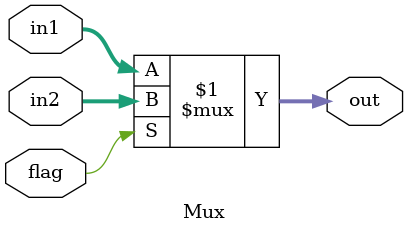
<source format=v>
module Mux
#(parameter WIDTH = 32)
(in1, in2, flag, out);

input wire flag;
input wire [WIDTH-1:0] in1;
input wire [WIDTH-1:0] in2;

output wire [WIDTH-1:0] out;

assign out = flag ? in2 : in1;

endmodule


</source>
